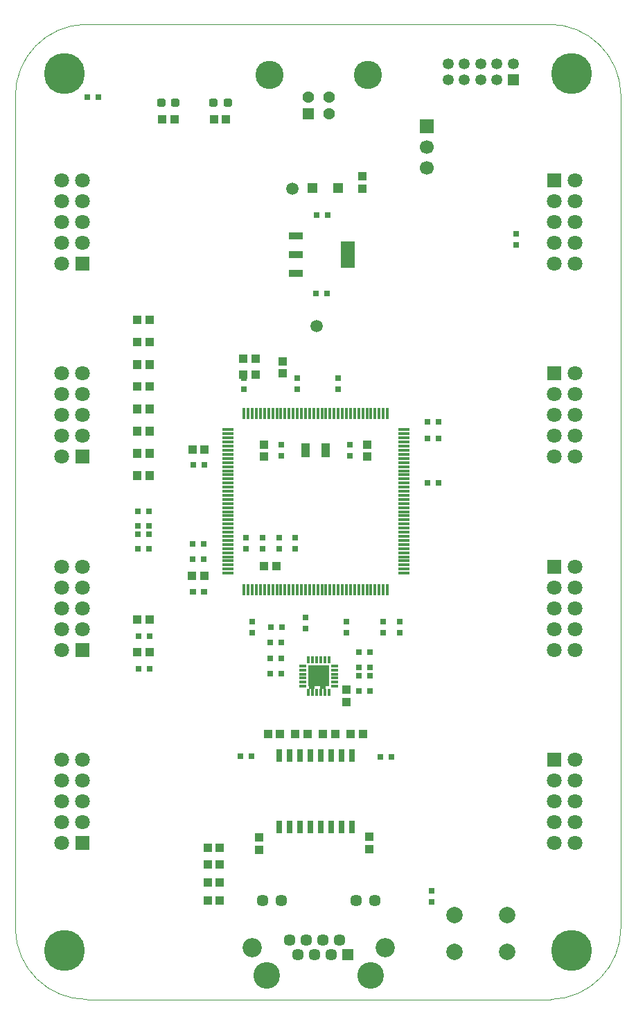
<source format=gbr>
%TF.GenerationSoftware,KiCad,Pcbnew,9.0.6*%
%TF.CreationDate,2025-12-23T15:44:34+05:30*%
%TF.ProjectId,SimsBharath_DAQ,53696d73-4268-4617-9261-74685f444151,rev?*%
%TF.SameCoordinates,Original*%
%TF.FileFunction,Paste,Bot*%
%TF.FilePolarity,Positive*%
%FSLAX46Y46*%
G04 Gerber Fmt 4.6, Leading zero omitted, Abs format (unit mm)*
G04 Created by KiCad (PCBNEW 9.0.6) date 2025-12-23 15:44:34*
%MOMM*%
%LPD*%
G01*
G04 APERTURE LIST*
G04 Aperture macros list*
%AMRoundRect*
0 Rectangle with rounded corners*
0 $1 Rounding radius*
0 $2 $3 $4 $5 $6 $7 $8 $9 X,Y pos of 4 corners*
0 Add a 4 corners polygon primitive as box body*
4,1,4,$2,$3,$4,$5,$6,$7,$8,$9,$2,$3,0*
0 Add four circle primitives for the rounded corners*
1,1,$1+$1,$2,$3*
1,1,$1+$1,$4,$5*
1,1,$1+$1,$6,$7*
1,1,$1+$1,$8,$9*
0 Add four rect primitives between the rounded corners*
20,1,$1+$1,$2,$3,$4,$5,0*
20,1,$1+$1,$4,$5,$6,$7,0*
20,1,$1+$1,$6,$7,$8,$9,0*
20,1,$1+$1,$8,$9,$2,$3,0*%
G04 Aperture macros list end*
%ADD10R,1.000000X1.000000*%
%ADD11R,0.650000X0.700000*%
%ADD12R,0.700000X0.650000*%
%ADD13R,1.000000X1.800000*%
%ADD14R,1.701800X1.701800*%
%ADD15C,1.800000*%
%ADD16C,3.500000*%
%ADD17C,5.000000*%
%ADD18R,1.700000X1.700000*%
%ADD19C,1.700000*%
%ADD20C,2.000000*%
%ADD21R,1.431000X1.431000*%
%ADD22C,1.431000*%
%ADD23C,3.450000*%
%ADD24C,3.250000*%
%ADD25R,1.446000X1.446000*%
%ADD26C,1.446000*%
%ADD27C,2.355000*%
%ADD28R,1.350000X1.350000*%
%ADD29C,1.350000*%
%ADD30R,0.750000X0.700000*%
%ADD31R,0.850000X0.300000*%
%ADD32R,0.300000X0.850000*%
%ADD33R,2.600000X2.600000*%
%ADD34R,1.475000X0.300000*%
%ADD35R,0.300000X1.475000*%
%ADD36C,1.500000*%
%ADD37R,1.200000X1.220000*%
%ADD38R,1.750000X0.950000*%
%ADD39R,1.750000X3.250000*%
%ADD40RoundRect,0.237500X-0.287500X-0.237500X0.287500X-0.237500X0.287500X0.237500X-0.287500X0.237500X0*%
%ADD41R,0.800000X1.645000*%
%TA.AperFunction,Profile*%
%ADD42C,0.050000*%
%TD*%
G04 APERTURE END LIST*
D10*
%TO.C,R40*%
X126627500Y-80132500D03*
X126627500Y-78632500D03*
%TD*%
D11*
%TO.C,C29*%
X126488333Y-112978000D03*
X125138333Y-112978000D03*
%TD*%
D12*
%TO.C,C15*%
X126190000Y-101508000D03*
X126190000Y-100158000D03*
%TD*%
%TO.C,C18*%
X122190000Y-101508000D03*
X122190000Y-100158000D03*
%TD*%
D10*
%TO.C,R1*%
X125892500Y-103620500D03*
X124392500Y-103620500D03*
%TD*%
%TO.C,R6*%
X117470000Y-144478000D03*
X118970000Y-144478000D03*
%TD*%
D12*
%TO.C,C16*%
X124190000Y-101508000D03*
X124190000Y-100158000D03*
%TD*%
D10*
%TO.C,R20*%
X108900265Y-81747643D03*
X110400265Y-81747643D03*
%TD*%
D12*
%TO.C,C3*%
X121940000Y-82088000D03*
X121940000Y-80738000D03*
%TD*%
%TO.C,C4*%
X128450000Y-82088000D03*
X128450000Y-80738000D03*
%TD*%
D10*
%TO.C,R33*%
X136942500Y-90300500D03*
X136942500Y-88800500D03*
%TD*%
%TO.C,R15*%
X108900265Y-73574786D03*
X110400265Y-73574786D03*
%TD*%
%TO.C,R14*%
X123780000Y-136778000D03*
X123780000Y-138278000D03*
%TD*%
D12*
%TO.C,C36*%
X134848750Y-90175500D03*
X134848750Y-88825500D03*
%TD*%
D11*
%TO.C,C31*%
X126488333Y-114880500D03*
X125138333Y-114880500D03*
%TD*%
%TO.C,L1*%
X126525833Y-111108000D03*
X125175833Y-111108000D03*
%TD*%
D10*
%TO.C,R26*%
X108900265Y-92592286D03*
X110400265Y-92592286D03*
%TD*%
D11*
%TO.C,C30*%
X126488333Y-116783000D03*
X125138333Y-116783000D03*
%TD*%
D10*
%TO.C,R34*%
X124392500Y-90300500D03*
X124392500Y-88800500D03*
%TD*%
%TO.C,R23*%
X108900265Y-84461929D03*
X110400265Y-84461929D03*
%TD*%
D12*
%TO.C,C34*%
X126511250Y-90175500D03*
X126511250Y-88825500D03*
%TD*%
%TO.C,C37*%
X155195265Y-63080500D03*
X155195265Y-64430500D03*
%TD*%
D10*
%TO.C,R4*%
X134425000Y-120228000D03*
X134425000Y-118728000D03*
%TD*%
%TO.C,R35*%
X136380000Y-57598000D03*
X136380000Y-56098000D03*
%TD*%
D12*
%TO.C,C17*%
X128190000Y-101508000D03*
X128190000Y-100158000D03*
%TD*%
D10*
%TO.C,R17*%
X108900265Y-76306572D03*
X110400265Y-76306572D03*
%TD*%
D11*
%TO.C,C25*%
X130250000Y-118263000D03*
X131600000Y-118263000D03*
%TD*%
D10*
%TO.C,R8*%
X117470000Y-140078000D03*
X118970000Y-140078000D03*
%TD*%
%TO.C,R13*%
X137250000Y-136688000D03*
X137250000Y-138188000D03*
%TD*%
%TO.C,R19*%
X108900265Y-79064786D03*
X110400265Y-79064786D03*
%TD*%
D13*
%TO.C,X3*%
X131930000Y-89538000D03*
X129430000Y-89538000D03*
%TD*%
D10*
%TO.C,R5*%
X117470000Y-142285500D03*
X118970000Y-142285500D03*
%TD*%
D12*
%TO.C,C5*%
X133440000Y-82088000D03*
X133440000Y-80738000D03*
%TD*%
D11*
%TO.C,C1*%
X116980000Y-106758000D03*
X115630000Y-106758000D03*
%TD*%
D10*
%TO.C,R7*%
X117470000Y-138018000D03*
X118970000Y-138018000D03*
%TD*%
D11*
%TO.C,C26*%
X130240000Y-116308000D03*
X131590000Y-116308000D03*
%TD*%
D10*
%TO.C,R24*%
X108900265Y-87176215D03*
X110400265Y-87176215D03*
%TD*%
%TO.C,R3*%
X117125000Y-89448000D03*
X115625000Y-89448000D03*
%TD*%
D11*
%TO.C,C14*%
X115735265Y-91280500D03*
X117085265Y-91280500D03*
%TD*%
D10*
%TO.C,R25*%
X108900265Y-89890500D03*
X110400265Y-89890500D03*
%TD*%
%TO.C,R40*%
X126627500Y-80132500D03*
X126627500Y-78632500D03*
%TD*%
D14*
%TO.C,J9*%
X159840000Y-103693413D03*
D15*
X162380000Y-103693413D03*
X159840000Y-106233413D03*
X162380000Y-106233413D03*
X159840000Y-108773413D03*
X162380000Y-108773413D03*
X159840000Y-111313413D03*
X162380000Y-111313413D03*
X159840000Y-113853413D03*
X162380000Y-113853413D03*
%TD*%
D14*
%TO.C,J7*%
X159840000Y-56600000D03*
D15*
X162380000Y-56600000D03*
X159840000Y-59140000D03*
X162380000Y-59140000D03*
X159840000Y-61680000D03*
X162380000Y-61680000D03*
X159840000Y-64220000D03*
X162380000Y-64220000D03*
X159840000Y-66760000D03*
X162380000Y-66760000D03*
%TD*%
D14*
%TO.C,J3*%
X102193100Y-137400119D03*
D15*
X99653100Y-137400119D03*
X102193100Y-134860119D03*
X99653100Y-134860119D03*
X102193100Y-132320119D03*
X99653100Y-132320119D03*
X102193100Y-129780119D03*
X99653100Y-129780119D03*
X102193100Y-127240119D03*
X99653100Y-127240119D03*
%TD*%
D16*
%TO.C,REF\u002A\u002A*%
X161985335Y-150527591D03*
D17*
X161985335Y-150527591D03*
%TD*%
D14*
%TO.C,J6*%
X102193100Y-66760000D03*
D15*
X99653100Y-66760000D03*
X102193100Y-64220000D03*
X99653100Y-64220000D03*
X102193100Y-61680000D03*
X99653100Y-61680000D03*
X102193100Y-59140000D03*
X99653100Y-59140000D03*
X102193100Y-56600000D03*
X99653100Y-56600000D03*
%TD*%
D14*
%TO.C,J10*%
X159840000Y-127240119D03*
D15*
X162380000Y-127240119D03*
X159840000Y-129780119D03*
X162380000Y-129780119D03*
X159840000Y-132320119D03*
X162380000Y-132320119D03*
X159840000Y-134860119D03*
X162380000Y-134860119D03*
X159840000Y-137400119D03*
X162380000Y-137400119D03*
%TD*%
D18*
%TO.C,J12*%
X144232500Y-49970500D03*
D19*
X144232500Y-52510500D03*
X144232500Y-55050500D03*
%TD*%
D20*
%TO.C,SW1*%
X147615265Y-146210500D03*
X154115265Y-146210500D03*
X147615265Y-150710500D03*
X154115265Y-150710500D03*
%TD*%
D16*
%TO.C,REF\u002A\u002A*%
X99985335Y-43527664D03*
D17*
X99985335Y-43527664D03*
%TD*%
D16*
%TO.C,REF\u002A\u002A*%
X99985335Y-150527591D03*
D17*
X99985335Y-150527591D03*
%TD*%
D14*
%TO.C,J5*%
X102193100Y-90306706D03*
D15*
X99653100Y-90306706D03*
X102193100Y-87766706D03*
X99653100Y-87766706D03*
X102193100Y-85226706D03*
X99653100Y-85226706D03*
X102193100Y-82686706D03*
X99653100Y-82686706D03*
X102193100Y-80146706D03*
X99653100Y-80146706D03*
%TD*%
D21*
%TO.C,J2*%
X129798590Y-48425500D03*
D22*
X132298590Y-48425500D03*
X132298590Y-46425500D03*
X129798590Y-46425500D03*
D23*
X125028590Y-43715500D03*
X137068590Y-43715500D03*
%TD*%
D14*
%TO.C,J8*%
X159840000Y-80146706D03*
D15*
X162380000Y-80146706D03*
X159840000Y-82686706D03*
X162380000Y-82686706D03*
X159840000Y-85226706D03*
X162380000Y-85226706D03*
X159840000Y-87766706D03*
X162380000Y-87766706D03*
X159840000Y-90306706D03*
X162380000Y-90306706D03*
%TD*%
D16*
%TO.C,REF\u002A\u002A*%
X161985335Y-43527664D03*
D17*
X161985335Y-43527664D03*
%TD*%
D14*
%TO.C,J4*%
X102193100Y-113853413D03*
D15*
X99653100Y-113853413D03*
X102193100Y-111313413D03*
X99653100Y-111313413D03*
X102193100Y-108773413D03*
X99653100Y-108773413D03*
X102193100Y-106233413D03*
X99653100Y-106233413D03*
X102193100Y-103693413D03*
X99653100Y-103693413D03*
%TD*%
D24*
%TO.C,J11*%
X124698090Y-153620500D03*
X137398090Y-153620500D03*
D25*
X134598090Y-151080500D03*
D26*
X133578090Y-149300500D03*
X132568090Y-151080500D03*
X131548090Y-149300500D03*
X130538090Y-151080500D03*
X129518090Y-149300500D03*
X128508090Y-151080500D03*
X127488090Y-149300500D03*
X137908090Y-144480500D03*
X135618090Y-144480500D03*
X126478090Y-144480500D03*
X124188090Y-144480500D03*
D27*
X122918090Y-150190500D03*
X139178090Y-150190500D03*
%TD*%
D28*
%TO.C,J1*%
X154855265Y-44340500D03*
D29*
X154855265Y-42340500D03*
X152855265Y-44340500D03*
X152855265Y-42340500D03*
X150855265Y-44340500D03*
X150855265Y-42340500D03*
X148855265Y-44340500D03*
X148855265Y-42340500D03*
X146855265Y-44340500D03*
X146855265Y-42340500D03*
%TD*%
D11*
%TO.C,C29*%
X126488333Y-112978000D03*
X125138333Y-112978000D03*
%TD*%
D12*
%TO.C,C15*%
X126190000Y-101508000D03*
X126190000Y-100158000D03*
%TD*%
%TO.C,C18*%
X122190000Y-101508000D03*
X122190000Y-100158000D03*
%TD*%
D10*
%TO.C,R1*%
X125892500Y-103620500D03*
X124392500Y-103620500D03*
%TD*%
%TO.C,R6*%
X117470000Y-144478000D03*
X118970000Y-144478000D03*
%TD*%
D12*
%TO.C,C16*%
X124190000Y-101508000D03*
X124190000Y-100158000D03*
%TD*%
D10*
%TO.C,R20*%
X108900265Y-81747643D03*
X110400265Y-81747643D03*
%TD*%
D12*
%TO.C,C3*%
X121940000Y-82088000D03*
X121940000Y-80738000D03*
%TD*%
%TO.C,C4*%
X128450000Y-82088000D03*
X128450000Y-80738000D03*
%TD*%
D10*
%TO.C,R33*%
X136942500Y-90300500D03*
X136942500Y-88800500D03*
%TD*%
%TO.C,R15*%
X108900265Y-73574786D03*
X110400265Y-73574786D03*
%TD*%
%TO.C,R14*%
X123780000Y-136778000D03*
X123780000Y-138278000D03*
%TD*%
D12*
%TO.C,C36*%
X134848750Y-90175500D03*
X134848750Y-88825500D03*
%TD*%
D11*
%TO.C,C31*%
X126488333Y-114880500D03*
X125138333Y-114880500D03*
%TD*%
%TO.C,L1*%
X126525833Y-111108000D03*
X125175833Y-111108000D03*
%TD*%
D10*
%TO.C,R26*%
X108900265Y-92592286D03*
X110400265Y-92592286D03*
%TD*%
D11*
%TO.C,C30*%
X126488333Y-116783000D03*
X125138333Y-116783000D03*
%TD*%
D10*
%TO.C,R34*%
X124392500Y-90300500D03*
X124392500Y-88800500D03*
%TD*%
%TO.C,R23*%
X108900265Y-84461929D03*
X110400265Y-84461929D03*
%TD*%
D12*
%TO.C,C34*%
X126511250Y-90175500D03*
X126511250Y-88825500D03*
%TD*%
%TO.C,C37*%
X155195265Y-63080500D03*
X155195265Y-64430500D03*
%TD*%
D10*
%TO.C,R4*%
X134425000Y-120228000D03*
X134425000Y-118728000D03*
%TD*%
%TO.C,R35*%
X136380000Y-57598000D03*
X136380000Y-56098000D03*
%TD*%
D12*
%TO.C,C17*%
X128190000Y-101508000D03*
X128190000Y-100158000D03*
%TD*%
D10*
%TO.C,R17*%
X108900265Y-76306572D03*
X110400265Y-76306572D03*
%TD*%
D11*
%TO.C,C25*%
X130250000Y-118263000D03*
X131600000Y-118263000D03*
%TD*%
D10*
%TO.C,R8*%
X117470000Y-140078000D03*
X118970000Y-140078000D03*
%TD*%
%TO.C,R13*%
X137250000Y-136688000D03*
X137250000Y-138188000D03*
%TD*%
%TO.C,R19*%
X108900265Y-79064786D03*
X110400265Y-79064786D03*
%TD*%
D13*
%TO.C,X3*%
X131930000Y-89538000D03*
X129430000Y-89538000D03*
%TD*%
D10*
%TO.C,R5*%
X117470000Y-142285500D03*
X118970000Y-142285500D03*
%TD*%
D12*
%TO.C,C5*%
X133440000Y-82088000D03*
X133440000Y-80738000D03*
%TD*%
D11*
%TO.C,C1*%
X116980000Y-106758000D03*
X115630000Y-106758000D03*
%TD*%
D10*
%TO.C,R7*%
X117470000Y-138018000D03*
X118970000Y-138018000D03*
%TD*%
D11*
%TO.C,C26*%
X130240000Y-116308000D03*
X131590000Y-116308000D03*
%TD*%
D10*
%TO.C,R24*%
X108900265Y-87176215D03*
X110400265Y-87176215D03*
%TD*%
%TO.C,R3*%
X117125000Y-89448000D03*
X115625000Y-89448000D03*
%TD*%
D11*
%TO.C,C14*%
X115735265Y-91280500D03*
X117085265Y-91280500D03*
%TD*%
D10*
%TO.C,R25*%
X108900265Y-89890500D03*
X110400265Y-89890500D03*
%TD*%
%TO.C,R36*%
X108900265Y-110190500D03*
X110400265Y-110190500D03*
%TD*%
%TO.C,R38*%
X123362500Y-80265500D03*
X121862500Y-80265500D03*
%TD*%
D11*
%TO.C,C33*%
X138600000Y-126968000D03*
X139950000Y-126968000D03*
%TD*%
D10*
%TO.C,R11*%
X128202500Y-124135500D03*
X129702500Y-124135500D03*
%TD*%
D14*
%TO.C,J9*%
X159840000Y-103693413D03*
D15*
X162380000Y-103693413D03*
X159840000Y-106233413D03*
X162380000Y-106233413D03*
X159840000Y-108773413D03*
X162380000Y-108773413D03*
X159840000Y-111313413D03*
X162380000Y-111313413D03*
X159840000Y-113853413D03*
X162380000Y-113853413D03*
%TD*%
D11*
%TO.C,C35*%
X104095265Y-46390500D03*
X102745265Y-46390500D03*
%TD*%
%TO.C,C6*%
X144342500Y-93498000D03*
X145692500Y-93498000D03*
%TD*%
D12*
%TO.C,C10*%
X122950000Y-110448000D03*
X122950000Y-111798000D03*
%TD*%
D10*
%TO.C,R27*%
X108900265Y-84474429D03*
X110400265Y-84474429D03*
%TD*%
D14*
%TO.C,J7*%
X159840000Y-56600000D03*
D15*
X162380000Y-56600000D03*
X159840000Y-59140000D03*
X162380000Y-59140000D03*
X159840000Y-61680000D03*
X162380000Y-61680000D03*
X159840000Y-64220000D03*
X162380000Y-64220000D03*
X159840000Y-66760000D03*
X162380000Y-66760000D03*
%TD*%
D12*
%TO.C,C19*%
X138940000Y-110448000D03*
X138940000Y-111798000D03*
%TD*%
D30*
%TO.C,X2*%
X135965000Y-117018000D03*
X137315000Y-117018000D03*
X137315000Y-116018000D03*
X135965000Y-116018000D03*
%TD*%
D31*
%TO.C,U3*%
X133005000Y-118318000D03*
X133005000Y-117818000D03*
X133005000Y-117318000D03*
X133005000Y-116818000D03*
X133005000Y-116318000D03*
X133005000Y-115818000D03*
D32*
X132305000Y-115118000D03*
X131805000Y-115118000D03*
X131305000Y-115118000D03*
X130805000Y-115118000D03*
X130305000Y-115118000D03*
X129805000Y-115118000D03*
D31*
X129105000Y-115818000D03*
X129105000Y-116318000D03*
X129105000Y-116818000D03*
X129105000Y-117318000D03*
X129105000Y-117818000D03*
X129105000Y-118318000D03*
D32*
X129805000Y-119018000D03*
X130305000Y-119018000D03*
X130805000Y-119018000D03*
X131305000Y-119018000D03*
X131805000Y-119018000D03*
X132305000Y-119018000D03*
D33*
X131055000Y-117068000D03*
%TD*%
D11*
%TO.C,C9*%
X117035265Y-100950500D03*
X115685265Y-100950500D03*
%TD*%
D12*
%TO.C,C12*%
X134440000Y-110448000D03*
X134440000Y-111798000D03*
%TD*%
D14*
%TO.C,J3*%
X102193100Y-137400119D03*
D15*
X99653100Y-137400119D03*
X102193100Y-134860119D03*
X99653100Y-134860119D03*
X102193100Y-132320119D03*
X99653100Y-132320119D03*
X102193100Y-129780119D03*
X99653100Y-129780119D03*
X102193100Y-127240119D03*
X99653100Y-127240119D03*
%TD*%
D10*
%TO.C,R12*%
X126340000Y-124148000D03*
X124840000Y-124148000D03*
%TD*%
D16*
%TO.C,REF\u002A\u002A*%
X161985335Y-150527591D03*
D17*
X161985335Y-150527591D03*
%TD*%
D11*
%TO.C,C2*%
X115705000Y-106768000D03*
X117055000Y-106768000D03*
%TD*%
D34*
%TO.C,U1*%
X119952000Y-87008000D03*
X119952000Y-87508000D03*
X119952000Y-88008000D03*
X119952000Y-88508000D03*
X119952000Y-89008000D03*
X119952000Y-89508000D03*
X119952000Y-90008000D03*
X119952000Y-90508000D03*
X119952000Y-91008000D03*
X119952000Y-91508000D03*
X119952000Y-92008000D03*
X119952000Y-92508000D03*
X119952000Y-93008000D03*
X119952000Y-93508000D03*
X119952000Y-94008000D03*
X119952000Y-94508000D03*
X119952000Y-95008000D03*
X119952000Y-95508000D03*
X119952000Y-96008000D03*
X119952000Y-96508000D03*
X119952000Y-97008000D03*
X119952000Y-97508000D03*
X119952000Y-98008000D03*
X119952000Y-98508000D03*
X119952000Y-99008000D03*
X119952000Y-99508000D03*
X119952000Y-100008000D03*
X119952000Y-100508000D03*
X119952000Y-101008000D03*
X119952000Y-101508000D03*
X119952000Y-102008000D03*
X119952000Y-102508000D03*
X119952000Y-103008000D03*
X119952000Y-103508000D03*
X119952000Y-104008000D03*
X119952000Y-104508000D03*
D35*
X121940000Y-106496000D03*
X122440000Y-106496000D03*
X122940000Y-106496000D03*
X123440000Y-106496000D03*
X123940000Y-106496000D03*
X124440000Y-106496000D03*
X124940000Y-106496000D03*
X125440000Y-106496000D03*
X125940000Y-106496000D03*
X126440000Y-106496000D03*
X126940000Y-106496000D03*
X127440000Y-106496000D03*
X127940000Y-106496000D03*
X128440000Y-106496000D03*
X128940000Y-106496000D03*
X129440000Y-106496000D03*
X129940000Y-106496000D03*
X130440000Y-106496000D03*
X130940000Y-106496000D03*
X131440000Y-106496000D03*
X131940000Y-106496000D03*
X132440000Y-106496000D03*
X132940000Y-106496000D03*
X133440000Y-106496000D03*
X133940000Y-106496000D03*
X134440000Y-106496000D03*
X134940000Y-106496000D03*
X135440000Y-106496000D03*
X135940000Y-106496000D03*
X136440000Y-106496000D03*
X136940000Y-106496000D03*
X137440000Y-106496000D03*
X137940000Y-106496000D03*
X138440000Y-106496000D03*
X138940000Y-106496000D03*
X139440000Y-106496000D03*
D34*
X141428000Y-104508000D03*
X141428000Y-104008000D03*
X141428000Y-103508000D03*
X141428000Y-103008000D03*
X141428000Y-102508000D03*
X141428000Y-102008000D03*
X141428000Y-101508000D03*
X141428000Y-101008000D03*
X141428000Y-100508000D03*
X141428000Y-100008000D03*
X141428000Y-99508000D03*
X141428000Y-99008000D03*
X141428000Y-98508000D03*
X141428000Y-98008000D03*
X141428000Y-97508000D03*
X141428000Y-97008000D03*
X141428000Y-96508000D03*
X141428000Y-96008000D03*
X141428000Y-95508000D03*
X141428000Y-95008000D03*
X141428000Y-94508000D03*
X141428000Y-94008000D03*
X141428000Y-93508000D03*
X141428000Y-93008000D03*
X141428000Y-92508000D03*
X141428000Y-92008000D03*
X141428000Y-91508000D03*
X141428000Y-91008000D03*
X141428000Y-90508000D03*
X141428000Y-90008000D03*
X141428000Y-89508000D03*
X141428000Y-89008000D03*
X141428000Y-88508000D03*
X141428000Y-88008000D03*
X141428000Y-87508000D03*
X141428000Y-87008000D03*
D35*
X139440000Y-85020000D03*
X138940000Y-85020000D03*
X138440000Y-85020000D03*
X137940000Y-85020000D03*
X137440000Y-85020000D03*
X136940000Y-85020000D03*
X136440000Y-85020000D03*
X135940000Y-85020000D03*
X135440000Y-85020000D03*
X134940000Y-85020000D03*
X134440000Y-85020000D03*
X133940000Y-85020000D03*
X133440000Y-85020000D03*
X132940000Y-85020000D03*
X132440000Y-85020000D03*
X131940000Y-85020000D03*
X131440000Y-85020000D03*
X130940000Y-85020000D03*
X130440000Y-85020000D03*
X129940000Y-85020000D03*
X129440000Y-85020000D03*
X128940000Y-85020000D03*
X128440000Y-85020000D03*
X127940000Y-85020000D03*
X127440000Y-85020000D03*
X126940000Y-85020000D03*
X126440000Y-85020000D03*
X125940000Y-85020000D03*
X125440000Y-85020000D03*
X124940000Y-85020000D03*
X124440000Y-85020000D03*
X123940000Y-85020000D03*
X123440000Y-85020000D03*
X122940000Y-85020000D03*
X122440000Y-85020000D03*
X121940000Y-85020000D03*
%TD*%
D12*
%TO.C,C40*%
X144855265Y-143300500D03*
X144855265Y-144650500D03*
%TD*%
D11*
%TO.C,C7*%
X144342500Y-85998000D03*
X145692500Y-85998000D03*
%TD*%
D36*
%TO.C,+5V1*%
X127880000Y-57578000D03*
%TD*%
D10*
%TO.C,R28*%
X108900265Y-87188715D03*
X110400265Y-87188715D03*
%TD*%
D14*
%TO.C,J6*%
X102193100Y-66760000D03*
D15*
X99653100Y-66760000D03*
X102193100Y-64220000D03*
X99653100Y-64220000D03*
X102193100Y-61680000D03*
X99653100Y-61680000D03*
X102193100Y-59140000D03*
X99653100Y-59140000D03*
X102193100Y-56600000D03*
X99653100Y-56600000D03*
%TD*%
D14*
%TO.C,J10*%
X159840000Y-127240119D03*
D15*
X162380000Y-127240119D03*
X159840000Y-129780119D03*
X162380000Y-129780119D03*
X159840000Y-132320119D03*
X162380000Y-132320119D03*
X159840000Y-134860119D03*
X162380000Y-134860119D03*
X159840000Y-137400119D03*
X162380000Y-137400119D03*
%TD*%
D11*
%TO.C,C21*%
X110300265Y-96950500D03*
X108950265Y-96950500D03*
%TD*%
%TO.C,C24*%
X130782500Y-60848000D03*
X132132500Y-60848000D03*
%TD*%
D18*
%TO.C,J12*%
X144232500Y-49970500D03*
D19*
X144232500Y-52510500D03*
X144232500Y-55050500D03*
%TD*%
D11*
%TO.C,C28*%
X135950000Y-118888000D03*
X137300000Y-118888000D03*
%TD*%
D20*
%TO.C,SW1*%
X147615265Y-146210500D03*
X154115265Y-146210500D03*
X147615265Y-150710500D03*
X154115265Y-150710500D03*
%TD*%
D37*
%TO.C,D1*%
X130290000Y-57498000D03*
X133390000Y-57498000D03*
%TD*%
D10*
%TO.C,R31*%
X118240000Y-49108000D03*
X119740000Y-49108000D03*
%TD*%
%TO.C,R16*%
X108900265Y-73617286D03*
X110400265Y-73617286D03*
%TD*%
D38*
%TO.C,U2*%
X128270000Y-63318000D03*
X128270000Y-65618000D03*
X128270000Y-67918000D03*
D39*
X134570000Y-65618000D03*
%TD*%
D30*
%TO.C,X1*%
X110315265Y-98750500D03*
X108965265Y-98750500D03*
X108965265Y-99750500D03*
X110315265Y-99750500D03*
%TD*%
D10*
%TO.C,R30*%
X108900265Y-92617286D03*
X110400265Y-92617286D03*
%TD*%
D16*
%TO.C,REF\u002A\u002A*%
X99985335Y-43527664D03*
D17*
X99985335Y-43527664D03*
%TD*%
D40*
%TO.C,D3*%
X111805000Y-47118000D03*
X113555000Y-47118000D03*
%TD*%
D16*
%TO.C,REF\u002A\u002A*%
X99985335Y-150527591D03*
D17*
X99985335Y-150527591D03*
%TD*%
D10*
%TO.C,R32*%
X111927500Y-49108000D03*
X113427500Y-49108000D03*
%TD*%
%TO.C,R37*%
X108900265Y-114185500D03*
X110400265Y-114185500D03*
%TD*%
D14*
%TO.C,J5*%
X102193100Y-90306706D03*
D15*
X99653100Y-90306706D03*
X102193100Y-87766706D03*
X99653100Y-87766706D03*
X102193100Y-85226706D03*
X99653100Y-85226706D03*
X102193100Y-82686706D03*
X99653100Y-82686706D03*
X102193100Y-80146706D03*
X99653100Y-80146706D03*
%TD*%
D36*
%TO.C,+3.3V1*%
X130780000Y-74338000D03*
%TD*%
D21*
%TO.C,J2*%
X129798590Y-48425500D03*
D22*
X132298590Y-48425500D03*
X132298590Y-46425500D03*
X129798590Y-46425500D03*
D23*
X125028590Y-43715500D03*
X137068590Y-43715500D03*
%TD*%
D11*
%TO.C,C22*%
X110300265Y-101550500D03*
X108950265Y-101550500D03*
%TD*%
D14*
%TO.C,J8*%
X159840000Y-80146706D03*
D15*
X162380000Y-80146706D03*
X159840000Y-82686706D03*
X162380000Y-82686706D03*
X159840000Y-85226706D03*
X162380000Y-85226706D03*
X159840000Y-87766706D03*
X162380000Y-87766706D03*
X159840000Y-90306706D03*
X162380000Y-90306706D03*
%TD*%
D11*
%TO.C,C32*%
X122840000Y-126868000D03*
X121490000Y-126868000D03*
%TD*%
D16*
%TO.C,REF\u002A\u002A*%
X161985335Y-43527664D03*
D17*
X161985335Y-43527664D03*
%TD*%
D11*
%TO.C,C8*%
X116980000Y-102794667D03*
X115630000Y-102794667D03*
%TD*%
D10*
%TO.C,R10*%
X133065000Y-124148000D03*
X131565000Y-124148000D03*
%TD*%
D11*
%TO.C,C23*%
X132057500Y-70388000D03*
X130707500Y-70388000D03*
%TD*%
D10*
%TO.C,R18*%
X108900265Y-76331572D03*
X110400265Y-76331572D03*
%TD*%
D11*
%TO.C,C38*%
X109025265Y-112175500D03*
X110375265Y-112175500D03*
%TD*%
D14*
%TO.C,J4*%
X102193100Y-113853413D03*
D15*
X99653100Y-113853413D03*
X102193100Y-111313413D03*
X99653100Y-111313413D03*
X102193100Y-108773413D03*
X99653100Y-108773413D03*
X102193100Y-106233413D03*
X99653100Y-106233413D03*
X102193100Y-103693413D03*
X99653100Y-103693413D03*
%TD*%
D40*
%TO.C,D2*%
X118200000Y-47118000D03*
X119950000Y-47118000D03*
%TD*%
D41*
%TO.C,U4*%
X135080000Y-126752000D03*
X133810000Y-126752000D03*
X132540000Y-126752000D03*
X131270000Y-126752000D03*
X130000000Y-126752000D03*
X128730000Y-126752000D03*
X127460000Y-126752000D03*
X126190000Y-126752000D03*
X126190000Y-135508000D03*
X127460000Y-135508000D03*
X128730000Y-135508000D03*
X130000000Y-135508000D03*
X131270000Y-135508000D03*
X132540000Y-135508000D03*
X133810000Y-135508000D03*
X135080000Y-135508000D03*
%TD*%
D10*
%TO.C,R22*%
X108900265Y-81760143D03*
X110400265Y-81760143D03*
%TD*%
D12*
%TO.C,C13*%
X140920000Y-110440500D03*
X140920000Y-111790500D03*
%TD*%
D24*
%TO.C,J11*%
X124698090Y-153620500D03*
X137398090Y-153620500D03*
D25*
X134598090Y-151080500D03*
D26*
X133578090Y-149300500D03*
X132568090Y-151080500D03*
X131548090Y-149300500D03*
X130538090Y-151080500D03*
X129518090Y-149300500D03*
X128508090Y-151080500D03*
X127488090Y-149300500D03*
X137908090Y-144480500D03*
X135618090Y-144480500D03*
X126478090Y-144480500D03*
X124188090Y-144480500D03*
D27*
X122918090Y-150190500D03*
X139178090Y-150190500D03*
%TD*%
D10*
%TO.C,R29*%
X108900265Y-89903000D03*
X110400265Y-89903000D03*
%TD*%
D12*
%TO.C,C11*%
X129460000Y-109940500D03*
X129460000Y-111290500D03*
%TD*%
D10*
%TO.C,R9*%
X134952500Y-124123000D03*
X136452500Y-124123000D03*
%TD*%
D28*
%TO.C,J1*%
X154855265Y-44340500D03*
D29*
X154855265Y-42340500D03*
X152855265Y-44340500D03*
X152855265Y-42340500D03*
X150855265Y-44340500D03*
X150855265Y-42340500D03*
X148855265Y-44340500D03*
X148855265Y-42340500D03*
X146855265Y-44340500D03*
X146855265Y-42340500D03*
%TD*%
D10*
%TO.C,R39*%
X123362500Y-78325500D03*
X121862500Y-78325500D03*
%TD*%
%TO.C,R2*%
X115580000Y-104793833D03*
X117080000Y-104793833D03*
%TD*%
D11*
%TO.C,C27*%
X135977500Y-114148000D03*
X137327500Y-114148000D03*
%TD*%
%TO.C,C20*%
X144342500Y-88038000D03*
X145692500Y-88038000D03*
%TD*%
D10*
%TO.C,R21*%
X108900265Y-79045857D03*
X110400265Y-79045857D03*
%TD*%
D11*
%TO.C,C39*%
X109025265Y-116170500D03*
X110375265Y-116170500D03*
%TD*%
D10*
%TO.C,R36*%
X108900265Y-110190500D03*
X110400265Y-110190500D03*
%TD*%
%TO.C,R38*%
X123362500Y-80265500D03*
X121862500Y-80265500D03*
%TD*%
D11*
%TO.C,C33*%
X138600000Y-126968000D03*
X139950000Y-126968000D03*
%TD*%
D10*
%TO.C,R11*%
X128202500Y-124135500D03*
X129702500Y-124135500D03*
%TD*%
D11*
%TO.C,C35*%
X104095265Y-46390500D03*
X102745265Y-46390500D03*
%TD*%
%TO.C,C6*%
X144342500Y-93498000D03*
X145692500Y-93498000D03*
%TD*%
D12*
%TO.C,C10*%
X122950000Y-110448000D03*
X122950000Y-111798000D03*
%TD*%
D10*
%TO.C,R27*%
X108900265Y-84474429D03*
X110400265Y-84474429D03*
%TD*%
D12*
%TO.C,C19*%
X138940000Y-110448000D03*
X138940000Y-111798000D03*
%TD*%
D30*
%TO.C,X2*%
X135965000Y-117018000D03*
X137315000Y-117018000D03*
X137315000Y-116018000D03*
X135965000Y-116018000D03*
%TD*%
D31*
%TO.C,U3*%
X133005000Y-118318000D03*
X133005000Y-117818000D03*
X133005000Y-117318000D03*
X133005000Y-116818000D03*
X133005000Y-116318000D03*
X133005000Y-115818000D03*
D32*
X132305000Y-115118000D03*
X131805000Y-115118000D03*
X131305000Y-115118000D03*
X130805000Y-115118000D03*
X130305000Y-115118000D03*
X129805000Y-115118000D03*
D31*
X129105000Y-115818000D03*
X129105000Y-116318000D03*
X129105000Y-116818000D03*
X129105000Y-117318000D03*
X129105000Y-117818000D03*
X129105000Y-118318000D03*
D32*
X129805000Y-119018000D03*
X130305000Y-119018000D03*
X130805000Y-119018000D03*
X131305000Y-119018000D03*
X131805000Y-119018000D03*
X132305000Y-119018000D03*
D33*
X131055000Y-117068000D03*
%TD*%
D11*
%TO.C,C9*%
X117035265Y-100950500D03*
X115685265Y-100950500D03*
%TD*%
D12*
%TO.C,C12*%
X134440000Y-110448000D03*
X134440000Y-111798000D03*
%TD*%
D10*
%TO.C,R12*%
X126340000Y-124148000D03*
X124840000Y-124148000D03*
%TD*%
D11*
%TO.C,C2*%
X115705000Y-106768000D03*
X117055000Y-106768000D03*
%TD*%
D34*
%TO.C,U1*%
X119952000Y-87008000D03*
X119952000Y-87508000D03*
X119952000Y-88008000D03*
X119952000Y-88508000D03*
X119952000Y-89008000D03*
X119952000Y-89508000D03*
X119952000Y-90008000D03*
X119952000Y-90508000D03*
X119952000Y-91008000D03*
X119952000Y-91508000D03*
X119952000Y-92008000D03*
X119952000Y-92508000D03*
X119952000Y-93008000D03*
X119952000Y-93508000D03*
X119952000Y-94008000D03*
X119952000Y-94508000D03*
X119952000Y-95008000D03*
X119952000Y-95508000D03*
X119952000Y-96008000D03*
X119952000Y-96508000D03*
X119952000Y-97008000D03*
X119952000Y-97508000D03*
X119952000Y-98008000D03*
X119952000Y-98508000D03*
X119952000Y-99008000D03*
X119952000Y-99508000D03*
X119952000Y-100008000D03*
X119952000Y-100508000D03*
X119952000Y-101008000D03*
X119952000Y-101508000D03*
X119952000Y-102008000D03*
X119952000Y-102508000D03*
X119952000Y-103008000D03*
X119952000Y-103508000D03*
X119952000Y-104008000D03*
X119952000Y-104508000D03*
D35*
X121940000Y-106496000D03*
X122440000Y-106496000D03*
X122940000Y-106496000D03*
X123440000Y-106496000D03*
X123940000Y-106496000D03*
X124440000Y-106496000D03*
X124940000Y-106496000D03*
X125440000Y-106496000D03*
X125940000Y-106496000D03*
X126440000Y-106496000D03*
X126940000Y-106496000D03*
X127440000Y-106496000D03*
X127940000Y-106496000D03*
X128440000Y-106496000D03*
X128940000Y-106496000D03*
X129440000Y-106496000D03*
X129940000Y-106496000D03*
X130440000Y-106496000D03*
X130940000Y-106496000D03*
X131440000Y-106496000D03*
X131940000Y-106496000D03*
X132440000Y-106496000D03*
X132940000Y-106496000D03*
X133440000Y-106496000D03*
X133940000Y-106496000D03*
X134440000Y-106496000D03*
X134940000Y-106496000D03*
X135440000Y-106496000D03*
X135940000Y-106496000D03*
X136440000Y-106496000D03*
X136940000Y-106496000D03*
X137440000Y-106496000D03*
X137940000Y-106496000D03*
X138440000Y-106496000D03*
X138940000Y-106496000D03*
X139440000Y-106496000D03*
D34*
X141428000Y-104508000D03*
X141428000Y-104008000D03*
X141428000Y-103508000D03*
X141428000Y-103008000D03*
X141428000Y-102508000D03*
X141428000Y-102008000D03*
X141428000Y-101508000D03*
X141428000Y-101008000D03*
X141428000Y-100508000D03*
X141428000Y-100008000D03*
X141428000Y-99508000D03*
X141428000Y-99008000D03*
X141428000Y-98508000D03*
X141428000Y-98008000D03*
X141428000Y-97508000D03*
X141428000Y-97008000D03*
X141428000Y-96508000D03*
X141428000Y-96008000D03*
X141428000Y-95508000D03*
X141428000Y-95008000D03*
X141428000Y-94508000D03*
X141428000Y-94008000D03*
X141428000Y-93508000D03*
X141428000Y-93008000D03*
X141428000Y-92508000D03*
X141428000Y-92008000D03*
X141428000Y-91508000D03*
X141428000Y-91008000D03*
X141428000Y-90508000D03*
X141428000Y-90008000D03*
X141428000Y-89508000D03*
X141428000Y-89008000D03*
X141428000Y-88508000D03*
X141428000Y-88008000D03*
X141428000Y-87508000D03*
X141428000Y-87008000D03*
D35*
X139440000Y-85020000D03*
X138940000Y-85020000D03*
X138440000Y-85020000D03*
X137940000Y-85020000D03*
X137440000Y-85020000D03*
X136940000Y-85020000D03*
X136440000Y-85020000D03*
X135940000Y-85020000D03*
X135440000Y-85020000D03*
X134940000Y-85020000D03*
X134440000Y-85020000D03*
X133940000Y-85020000D03*
X133440000Y-85020000D03*
X132940000Y-85020000D03*
X132440000Y-85020000D03*
X131940000Y-85020000D03*
X131440000Y-85020000D03*
X130940000Y-85020000D03*
X130440000Y-85020000D03*
X129940000Y-85020000D03*
X129440000Y-85020000D03*
X128940000Y-85020000D03*
X128440000Y-85020000D03*
X127940000Y-85020000D03*
X127440000Y-85020000D03*
X126940000Y-85020000D03*
X126440000Y-85020000D03*
X125940000Y-85020000D03*
X125440000Y-85020000D03*
X124940000Y-85020000D03*
X124440000Y-85020000D03*
X123940000Y-85020000D03*
X123440000Y-85020000D03*
X122940000Y-85020000D03*
X122440000Y-85020000D03*
X121940000Y-85020000D03*
%TD*%
D12*
%TO.C,C40*%
X144855265Y-143300500D03*
X144855265Y-144650500D03*
%TD*%
D11*
%TO.C,C7*%
X144342500Y-85998000D03*
X145692500Y-85998000D03*
%TD*%
D10*
%TO.C,R28*%
X108900265Y-87188715D03*
X110400265Y-87188715D03*
%TD*%
D11*
%TO.C,C21*%
X110300265Y-96950500D03*
X108950265Y-96950500D03*
%TD*%
%TO.C,C24*%
X130782500Y-60848000D03*
X132132500Y-60848000D03*
%TD*%
%TO.C,C28*%
X135950000Y-118888000D03*
X137300000Y-118888000D03*
%TD*%
D37*
%TO.C,D1*%
X130290000Y-57498000D03*
X133390000Y-57498000D03*
%TD*%
D10*
%TO.C,R31*%
X118240000Y-49108000D03*
X119740000Y-49108000D03*
%TD*%
%TO.C,R16*%
X108900265Y-73617286D03*
X110400265Y-73617286D03*
%TD*%
D38*
%TO.C,U2*%
X128270000Y-63318000D03*
X128270000Y-65618000D03*
X128270000Y-67918000D03*
D39*
X134570000Y-65618000D03*
%TD*%
D30*
%TO.C,X1*%
X110315265Y-98750500D03*
X108965265Y-98750500D03*
X108965265Y-99750500D03*
X110315265Y-99750500D03*
%TD*%
D10*
%TO.C,R30*%
X108900265Y-92617286D03*
X110400265Y-92617286D03*
%TD*%
D40*
%TO.C,D3*%
X111805000Y-47118000D03*
X113555000Y-47118000D03*
%TD*%
D10*
%TO.C,R32*%
X111927500Y-49108000D03*
X113427500Y-49108000D03*
%TD*%
%TO.C,R37*%
X108900265Y-114185500D03*
X110400265Y-114185500D03*
%TD*%
D11*
%TO.C,C22*%
X110300265Y-101550500D03*
X108950265Y-101550500D03*
%TD*%
%TO.C,C32*%
X122840000Y-126868000D03*
X121490000Y-126868000D03*
%TD*%
%TO.C,C8*%
X116980000Y-102794667D03*
X115630000Y-102794667D03*
%TD*%
D10*
%TO.C,R10*%
X133065000Y-124148000D03*
X131565000Y-124148000D03*
%TD*%
D11*
%TO.C,C23*%
X132057500Y-70388000D03*
X130707500Y-70388000D03*
%TD*%
D10*
%TO.C,R18*%
X108900265Y-76331572D03*
X110400265Y-76331572D03*
%TD*%
D11*
%TO.C,C38*%
X109025265Y-112175500D03*
X110375265Y-112175500D03*
%TD*%
D40*
%TO.C,D2*%
X118200000Y-47118000D03*
X119950000Y-47118000D03*
%TD*%
D41*
%TO.C,U4*%
X135080000Y-126752000D03*
X133810000Y-126752000D03*
X132540000Y-126752000D03*
X131270000Y-126752000D03*
X130000000Y-126752000D03*
X128730000Y-126752000D03*
X127460000Y-126752000D03*
X126190000Y-126752000D03*
X126190000Y-135508000D03*
X127460000Y-135508000D03*
X128730000Y-135508000D03*
X130000000Y-135508000D03*
X131270000Y-135508000D03*
X132540000Y-135508000D03*
X133810000Y-135508000D03*
X135080000Y-135508000D03*
%TD*%
D10*
%TO.C,R22*%
X108900265Y-81760143D03*
X110400265Y-81760143D03*
%TD*%
D12*
%TO.C,C13*%
X140920000Y-110440500D03*
X140920000Y-111790500D03*
%TD*%
D10*
%TO.C,R29*%
X108900265Y-89903000D03*
X110400265Y-89903000D03*
%TD*%
D12*
%TO.C,C11*%
X129460000Y-109940500D03*
X129460000Y-111290500D03*
%TD*%
D10*
%TO.C,R9*%
X134952500Y-124123000D03*
X136452500Y-124123000D03*
%TD*%
%TO.C,R39*%
X123362500Y-78325500D03*
X121862500Y-78325500D03*
%TD*%
%TO.C,R2*%
X115580000Y-104793833D03*
X117080000Y-104793833D03*
%TD*%
D11*
%TO.C,C27*%
X135977500Y-114148000D03*
X137327500Y-114148000D03*
%TD*%
%TO.C,C20*%
X144342500Y-88038000D03*
X145692500Y-88038000D03*
%TD*%
D10*
%TO.C,R21*%
X108900265Y-79045857D03*
X110400265Y-79045857D03*
%TD*%
D11*
%TO.C,C39*%
X109025265Y-116170500D03*
X110375265Y-116170500D03*
%TD*%
D42*
X167985335Y-147757663D02*
X167985335Y-46100239D01*
X102755264Y-156527591D02*
X159415264Y-156527591D01*
X93985335Y-46297664D02*
X93985335Y-147957664D01*
X159215335Y-37527664D02*
G75*
G02*
X167985323Y-46097664I35165J-8736336D01*
G01*
X93985335Y-46297664D02*
G75*
G02*
X102555335Y-37527669I8736375J35134D01*
G01*
X102755264Y-156527592D02*
G75*
G02*
X93985222Y-147957593I-35164J8736392D01*
G01*
X167985335Y-147757663D02*
G75*
G02*
X159415265Y-156527722I-8736435J-35137D01*
G01*
X159215335Y-37527664D02*
X102555335Y-37527664D01*
M02*

</source>
